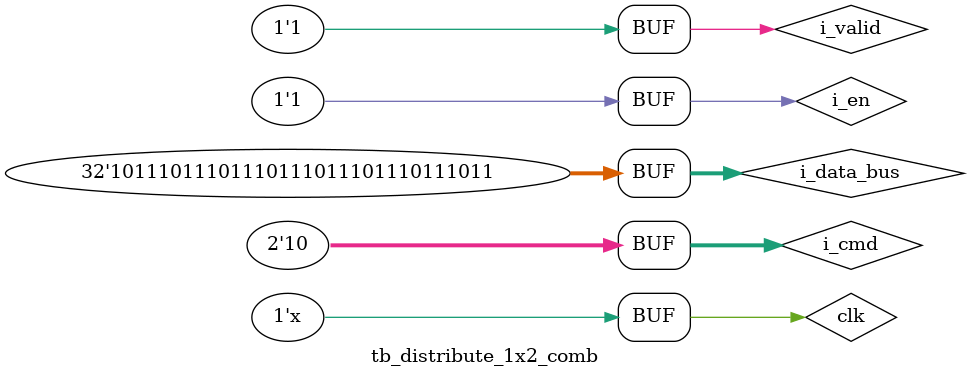
<source format=v>
`timescale 1ns / 1ps

module tb_distribute_1x2_comb();

	parameter DATA_WIDTH  = 32;
	parameter COMMMAND_WIDTH  = 2;

    // timing signals
    reg                            clk;

    // data signals
	reg                            i_valid;        // valid input data signal
	reg    [DATA_WIDTH-1:0]        i_data_bus;     // input data bus coming into mux
	
	wire   [1:0]                   o_valid;        // output valid
    wire   [2*DATA_WIDTH-1:0]      o_data_bus;     // output data 

	// control signals
	reg                            i_en;           // mux enable
	reg    [COMMMAND_WIDTH-1:0]    i_cmd;          // command 
                                    // 00 --> NA
                                    // 01 --> Branch_low
                                    // 10 --> Branch_high
                                    // 11 --> Duplicate
    
    // Test case declaration
    // all cases for control
    initial 
    begin
        clk = 1'b0;
        // not enable at start
        i_valid = 1'b0;
        i_data_bus = {(DATA_WIDTH>>2){4'hA}};
        i_en = 1'b1;
        i_cmd = 2'b00;
        
        // rst active;
        #20
        i_valid = 1'b1;
        i_data_bus = {(DATA_WIDTH>>2){4'hA}};
        i_en = 1'b1;
        i_cmd = 2'b00;
        
        // input active -- branch_low
        #20
        i_valid = 1'b1;
        i_data_bus = {(DATA_WIDTH>>2){4'hA}};
        i_en = 1'b1;
        i_cmd = 2'b01;
    
        // input active -- branch_high
        #20
        i_valid = 1'b1;
        i_data_bus = {(DATA_WIDTH>>2){4'hA}};
        i_en = 1'b1;
        i_cmd = 2'b10;
        
        // input active -- duplicate
        #20
        i_valid = 1'b1;
        i_data_bus = {(DATA_WIDTH>>2){4'hA}};
        i_en = 1'b1;
        i_cmd = 2'b11;
        
        // disable in progress
        #20
        i_valid = 1'b1;
        i_data_bus = {(DATA_WIDTH>>2){4'hA}};
        i_en = 1'b0;
        i_cmd = 2'b11;
         
        
        // enable in progress
        #20
        i_valid = 1'b1;
        i_data_bus = {(DATA_WIDTH>>2){4'hA}};
        i_en = 1'b1;
        i_cmd = 2'b11;
        
        // change data half way
        #20
        i_valid = 1'b1;
        i_data_bus = {(DATA_WIDTH>>2){4'hB}};
        i_en = 1'b1;
        i_cmd = 2'b11;
        
        // invalid high output 
        #20
        i_valid = 1'b1;
        i_data_bus = {(DATA_WIDTH>>2){4'hB}};
        i_en = 1'b1;
        i_cmd = 2'b01;
       
        // invalid low output 
        #20
        i_valid = 1'b1;
        i_data_bus = {(DATA_WIDTH>>2){4'hB}};
        i_en = 1'b1;
        i_cmd = 2'b10;
end


    // instantiate DUT (device under test)
    distribute_1x2_comb #(
		.DATA_WIDTH(DATA_WIDTH),
        .COMMMAND_WIDTH(COMMMAND_WIDTH)
	) dut(
		.i_valid(i_valid),
		.i_data_bus(i_data_bus),
		.o_valid(o_valid),
		.o_data_bus(o_data_bus),
		.i_en(i_en),
		.i_cmd(i_cmd)
	);

    always#5 clk=~clk;

endmodule


</source>
